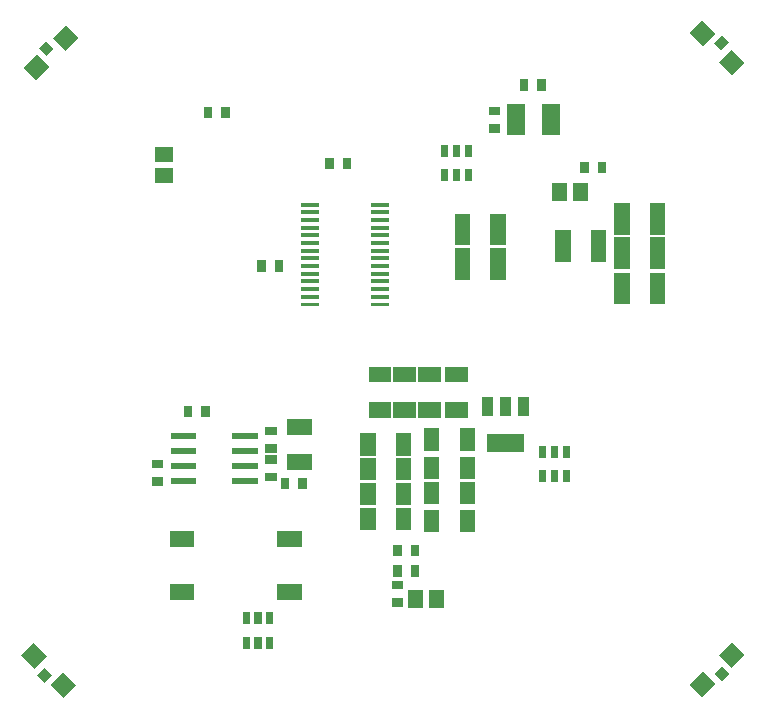
<source format=gbr>
G04 start of page 17 for group -4015 idx -4015 *
G04 Title: (unknown), toppaste *
G04 Creator: pcb 20100929 *
G04 CreationDate: Mon 18 Oct 2010 20:02:07 GMT UTC *
G04 For: alex *
G04 Format: Gerber/RS-274X *
G04 PCB-Dimensions: 253937 234252 *
G04 PCB-Coordinate-Origin: lower left *
%MOIN*%
%FSLAX25Y25*%
%LNFRONTPASTE*%
%ADD11C,0.0200*%
%ADD24R,0.0283X0.0283*%
%ADD25R,0.0512X0.0512*%
%ADD26R,0.0240X0.0240*%
%ADD27R,0.0551X0.0551*%
%ADD28R,0.0370X0.0370*%
%ADD29R,0.0610X0.0610*%
%ADD30R,0.0600X0.0600*%
%ADD31R,0.0130X0.0130*%
%ADD32R,0.0530X0.0530*%
%ADD33R,0.0200X0.0200*%
G54D11*G36*
X233064Y231147D02*X237527Y226700D01*
X233358Y222516D01*
X228895Y226963D01*
X233064Y231147D01*
G37*
G36*
X242816Y221404D02*X247270Y216949D01*
X243094Y212773D01*
X238639Y217227D01*
X242816Y221404D01*
G37*
G36*
X236969Y223629D02*X239504Y226164D01*
X242009Y223658D01*
X239475Y221124D01*
X236969Y223629D01*
G37*
G36*
X19997Y13905D02*X24452Y9449D01*
X20276Y5273D01*
X15820Y9728D01*
X19997Y13905D01*
G37*
G36*
X10254Y23648D02*X14708Y19193D01*
X10532Y15017D01*
X6077Y19471D01*
X10254Y23648D01*
G37*
G36*
X11339Y12762D02*X13873Y15296D01*
X16378Y12790D01*
X13845Y10257D01*
X11339Y12762D01*
G37*
G36*
X6848Y215355D02*X11303Y219810D01*
X15479Y215633D01*
X11025Y211179D01*
X6848Y215355D01*
G37*
G36*
X16592Y225107D02*X21054Y229553D01*
X25223Y225369D01*
X20761Y220923D01*
X16592Y225107D01*
G37*
G36*
X14381Y224291D02*X16870Y221714D01*
X14322Y219253D01*
X11833Y221830D01*
X14381Y224291D01*
G37*
G36*
X238654Y19416D02*X243117Y23863D01*
X247286Y19679D01*
X242823Y15232D01*
X238654Y19416D01*
G37*
G36*
X228911Y9673D02*X233373Y14119D01*
X237542Y9935D01*
X233080Y5489D01*
X228911Y9673D01*
G37*
G36*
X239812Y15789D02*X242301Y13212D01*
X239753Y10751D01*
X237264Y13328D01*
X239812Y15789D01*
G37*
G54D25*X153150Y164174D02*Y158664D01*
X164960Y164174D02*Y158664D01*
X153150Y152755D02*Y147245D01*
X164960Y152755D02*Y147245D01*
X186616Y158661D02*Y153151D01*
X198426Y158661D02*Y153151D01*
X206300Y167716D02*Y162206D01*
X218110Y167716D02*Y162206D01*
X206301Y156300D02*Y150790D01*
X218111Y156300D02*Y150790D01*
X206300Y144487D02*Y138977D01*
X218110Y144487D02*Y138977D01*
G54D33*X56973Y92540D02*X63473D01*
X56973Y87540D02*X63473D01*
X56973Y82540D02*X63473D01*
X56973Y77540D02*X63473D01*
X77473D02*X83973D01*
X77473Y82540D02*X83973D01*
X77473Y87540D02*X83973D01*
X77473Y92540D02*X83973D01*
G54D25*X154724Y74805D02*Y72443D01*
X142914Y74805D02*Y72443D01*
X154724Y92521D02*Y90159D01*
X142914Y92521D02*Y90159D01*
G54D24*X67484Y101272D02*Y100304D01*
X61650Y101272D02*Y100304D01*
X86221Y149787D02*Y148819D01*
X92055Y149787D02*Y148819D01*
X51091Y77399D02*X52059D01*
X51091Y83233D02*X52059D01*
X93933Y77256D02*Y76288D01*
X99767Y77256D02*Y76288D01*
X179528Y210024D02*Y209056D01*
X173694Y210024D02*Y209056D01*
X137401Y48033D02*Y47065D01*
X131567Y48033D02*Y47065D01*
G54D25*X140944Y112991D02*X143306D01*
X140944Y101181D02*X143306D01*
X53324Y179426D02*X54110D01*
X53324Y186512D02*X54110D01*
G54D24*X68344Y200879D02*Y199911D01*
X74178Y200879D02*Y199911D01*
G54D25*X185434Y174410D02*Y173624D01*
X192520Y174410D02*Y173624D01*
X121654Y66142D02*Y63780D01*
X133464Y66142D02*Y63780D01*
X121655Y90945D02*Y88583D01*
X133465Y90945D02*Y88583D01*
X121655Y82677D02*Y80315D01*
X133465Y82677D02*Y80315D01*
G54D31*X100119Y169684D02*X104725D01*
X100119Y167125D02*X104725D01*
X100119Y164566D02*X104725D01*
X100119Y162007D02*X104725D01*
X100119Y159448D02*X104725D01*
X100119Y156889D02*X104725D01*
X100119Y154330D02*X104725D01*
X100119Y151772D02*X104725D01*
X100119Y149213D02*X104725D01*
X100119Y146654D02*X104725D01*
X100119Y144095D02*X104725D01*
X100119Y141536D02*X104725D01*
X100119Y138977D02*X104725D01*
X100119Y136418D02*X104725D01*
X123347D02*X127953D01*
X123347Y138977D02*X127953D01*
X123347Y141536D02*X127953D01*
X123347Y144095D02*X127953D01*
X123347Y146654D02*X127953D01*
X123347Y149213D02*X127953D01*
X123347Y151772D02*X127953D01*
X123347Y154330D02*X127953D01*
X123347Y156889D02*X127953D01*
X123347Y159448D02*X127953D01*
X123347Y162007D02*X127953D01*
X123347Y164566D02*X127953D01*
X123347Y167125D02*X127953D01*
X123347Y169684D02*X127953D01*
G54D25*X150001Y112991D02*X152363D01*
X150001Y101181D02*X152363D01*
X121655Y74410D02*Y72048D01*
X133465Y74410D02*Y72048D01*
G54D27*X58267Y40551D02*X61023D01*
X58267Y58268D02*X61023D01*
X94094Y40551D02*X96850D01*
X94094Y58268D02*X96850D01*
G54D24*X88887Y84807D02*X89855D01*
X88887Y78973D02*X89855D01*
X88886Y94256D02*X89854D01*
X88886Y88422D02*X89854D01*
X108800Y183953D02*Y182985D01*
X114634Y183953D02*Y182985D01*
X137401Y54906D02*Y53938D01*
X131567Y54906D02*Y53938D01*
G54D28*X173623Y103563D02*Y101163D01*
X167523Y103563D02*Y101163D01*
X161423Y103563D02*Y101163D01*
G54D29*X164523Y90163D02*X170523D01*
G54D25*X132676Y112991D02*X135038D01*
X132676Y101181D02*X135038D01*
X154724Y65356D02*Y62994D01*
X142914Y65356D02*Y62994D01*
G54D26*X81103Y24422D02*Y22822D01*
X85003Y24422D02*Y22822D01*
X88903Y24422D02*Y22822D01*
Y32622D02*Y31022D01*
X85003Y32622D02*Y31022D01*
X81103Y32622D02*Y31022D01*
G54D32*X97219Y95564D02*X100419D01*
X97219Y83964D02*X100419D01*
G54D25*X124410Y112992D02*X126772D01*
X124410Y101182D02*X126772D01*
X144487Y38582D02*Y37796D01*
X137401Y38582D02*Y37796D01*
G54D24*X131103Y37080D02*X132071D01*
X131103Y42914D02*X132071D01*
G54D26*X187758Y88122D02*Y86522D01*
X183858Y88122D02*Y86522D01*
X179958Y88122D02*Y86522D01*
Y79922D02*Y78322D01*
X183858Y79922D02*Y78322D01*
X187758Y79922D02*Y78322D01*
G54D24*X163296Y195115D02*X164264D01*
X163296Y200949D02*X164264D01*
G54D25*X154724Y83072D02*Y80710D01*
X142914Y83072D02*Y80710D01*
G54D30*X182577Y200087D02*Y195851D01*
X170857Y200087D02*Y195851D01*
G54D26*X147245Y180328D02*Y178728D01*
X151145Y180328D02*Y178728D01*
X155045Y180328D02*Y178728D01*
Y188528D02*Y186928D01*
X151145Y188528D02*Y186928D01*
X147245Y188528D02*Y186928D01*
G54D24*X193773Y182465D02*Y181497D01*
X199607Y182465D02*Y181497D01*
M02*

</source>
